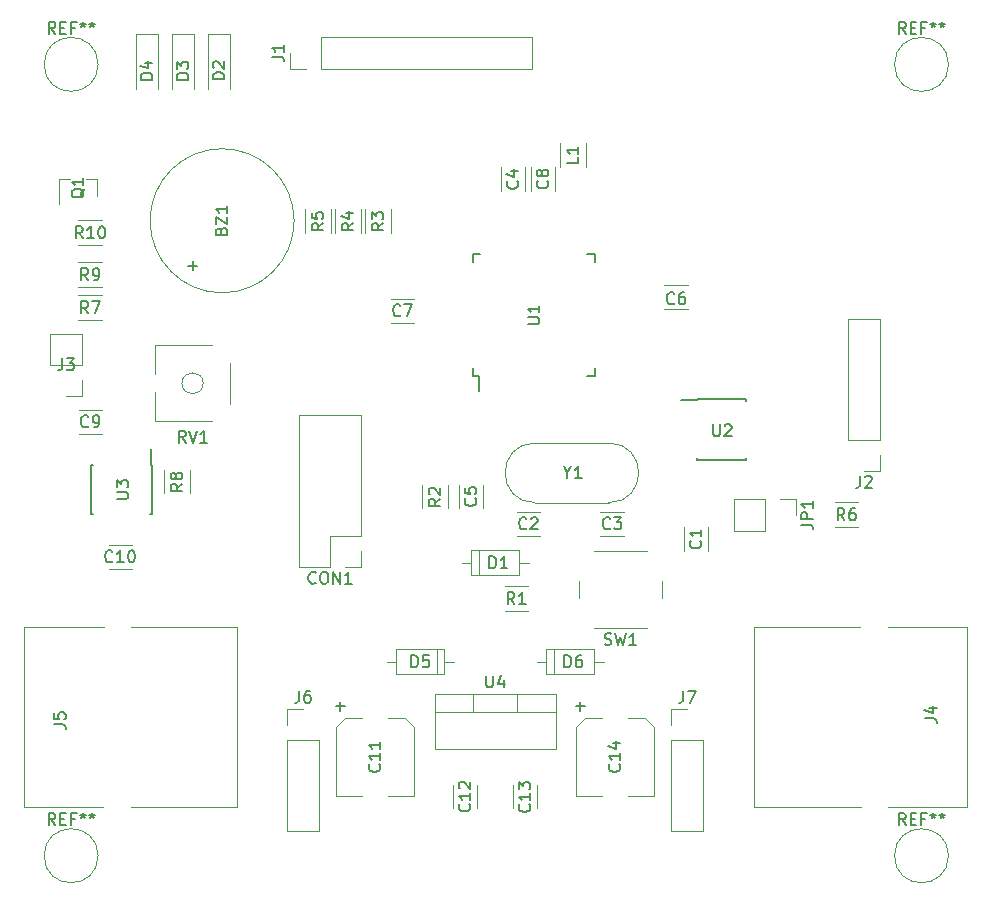
<source format=gbr>
G04 #@! TF.FileFunction,Legend,Top*
%FSLAX46Y46*%
G04 Gerber Fmt 4.6, Leading zero omitted, Abs format (unit mm)*
G04 Created by KiCad (PCBNEW 4.0.7-e2-6376~58~ubuntu16.04.1) date Wed Jun 27 11:01:06 2018*
%MOMM*%
%LPD*%
G01*
G04 APERTURE LIST*
%ADD10C,0.100000*%
%ADD11C,0.120000*%
%ADD12C,0.150000*%
G04 APERTURE END LIST*
D10*
D11*
X211890000Y-101584000D02*
X211890000Y-103584000D01*
X209750000Y-103584000D02*
X209750000Y-101584000D01*
X255870000Y-128900000D02*
X255870000Y-113660000D01*
X237840000Y-113660000D02*
X246830000Y-113670000D01*
X237840000Y-113660000D02*
X237840000Y-128900000D01*
X237840000Y-128900000D02*
X246840000Y-128900000D01*
X249170000Y-113670000D02*
X255870000Y-113660000D01*
X249160000Y-128900000D02*
X255870000Y-128900000D01*
X176042000Y-113670000D02*
X176042000Y-128910000D01*
X194072000Y-128910000D02*
X185082000Y-128900000D01*
X194072000Y-128910000D02*
X194072000Y-113670000D01*
X194072000Y-113670000D02*
X185072000Y-113670000D01*
X182742000Y-128900000D02*
X176042000Y-128910000D01*
X182752000Y-113670000D02*
X176042000Y-113670000D01*
X216710000Y-110182000D02*
X218710000Y-110182000D01*
X218710000Y-112322000D02*
X216710000Y-112322000D01*
X217726000Y-105922000D02*
X219726000Y-105922000D01*
X219726000Y-103882000D02*
X217726000Y-103882000D01*
X213840000Y-107144000D02*
X213840000Y-109264000D01*
X213840000Y-109264000D02*
X217960000Y-109264000D01*
X217960000Y-109264000D02*
X217960000Y-107144000D01*
X217960000Y-107144000D02*
X213840000Y-107144000D01*
X213070000Y-108204000D02*
X213840000Y-108204000D01*
X218730000Y-108204000D02*
X217960000Y-108204000D01*
X214500000Y-107144000D02*
X214500000Y-109264000D01*
X214888000Y-103584000D02*
X214888000Y-101584000D01*
X212848000Y-101584000D02*
X212848000Y-103584000D01*
X231898000Y-105204000D02*
X231898000Y-107204000D01*
X233938000Y-107204000D02*
X233938000Y-105204000D01*
X226774000Y-103882000D02*
X224774000Y-103882000D01*
X224774000Y-105922000D02*
X226774000Y-105922000D01*
X228766000Y-107204000D02*
X224266000Y-107204000D01*
X230016000Y-111204000D02*
X230016000Y-109704000D01*
X224266000Y-113704000D02*
X228766000Y-113704000D01*
X223016000Y-109704000D02*
X223016000Y-111204000D01*
X219279000Y-98059000D02*
X225529000Y-98059000D01*
X219279000Y-103109000D02*
X225529000Y-103109000D01*
X219279000Y-103109000D02*
G75*
G02X219279000Y-98059000I0J2525000D01*
G01*
X225529000Y-103109000D02*
G75*
G03X225529000Y-98059000I0J2525000D01*
G01*
X182154000Y-75680000D02*
X181224000Y-75680000D01*
X178994000Y-75680000D02*
X179924000Y-75680000D01*
X178994000Y-75680000D02*
X178994000Y-77840000D01*
X182154000Y-75680000D02*
X182154000Y-77140000D01*
D12*
X233035000Y-94326000D02*
X233035000Y-94376000D01*
X237185000Y-94326000D02*
X237185000Y-94471000D01*
X237185000Y-99476000D02*
X237185000Y-99331000D01*
X233035000Y-99476000D02*
X233035000Y-99331000D01*
X233035000Y-94326000D02*
X237185000Y-94326000D01*
X233035000Y-99476000D02*
X237185000Y-99476000D01*
X233035000Y-94376000D02*
X231635000Y-94376000D01*
D11*
X198886000Y-79238000D02*
G75*
G03X198886000Y-79238000I-6100000J0D01*
G01*
X216404000Y-74724000D02*
X216404000Y-76724000D01*
X218444000Y-76724000D02*
X218444000Y-74724000D01*
X232235000Y-84705000D02*
X230235000Y-84705000D01*
X230235000Y-86745000D02*
X232235000Y-86745000D01*
X207058000Y-87888000D02*
X209058000Y-87888000D01*
X209058000Y-85848000D02*
X207058000Y-85848000D01*
X218944000Y-74724000D02*
X218944000Y-76724000D01*
X220984000Y-76724000D02*
X220984000Y-74724000D01*
X180642000Y-97286000D02*
X182642000Y-97286000D01*
X182642000Y-95246000D02*
X180642000Y-95246000D01*
X185182000Y-106676000D02*
X183182000Y-106676000D01*
X183182000Y-108716000D02*
X185182000Y-108716000D01*
X202440000Y-127920000D02*
X204620000Y-127920000D01*
X209040000Y-127920000D02*
X206860000Y-127920000D01*
X203200000Y-121320000D02*
X204620000Y-121320000D01*
X208280000Y-121320000D02*
X206860000Y-121320000D01*
X202440000Y-127920000D02*
X202440000Y-122080000D01*
X202440000Y-122080000D02*
X203200000Y-121320000D01*
X208280000Y-121320000D02*
X209040000Y-122080000D01*
X209040000Y-122080000D02*
X209040000Y-127920000D01*
X214380000Y-128984000D02*
X214380000Y-126984000D01*
X212340000Y-126984000D02*
X212340000Y-128984000D01*
X219460000Y-128984000D02*
X219460000Y-126984000D01*
X217420000Y-126984000D02*
X217420000Y-128984000D01*
X222760000Y-127920000D02*
X224940000Y-127920000D01*
X229360000Y-127920000D02*
X227180000Y-127920000D01*
X223520000Y-121320000D02*
X224940000Y-121320000D01*
X228600000Y-121320000D02*
X227180000Y-121320000D01*
X222760000Y-127920000D02*
X222760000Y-122080000D01*
X222760000Y-122080000D02*
X223520000Y-121320000D01*
X228600000Y-121320000D02*
X229360000Y-122080000D01*
X229360000Y-122080000D02*
X229360000Y-127920000D01*
X204530000Y-95698000D02*
X199330000Y-95698000D01*
X204530000Y-105918000D02*
X204530000Y-95698000D01*
X199330000Y-108518000D02*
X199330000Y-95698000D01*
X204530000Y-105918000D02*
X201930000Y-105918000D01*
X201930000Y-105918000D02*
X201930000Y-108518000D01*
X201930000Y-108518000D02*
X199330000Y-108518000D01*
X204530000Y-107188000D02*
X204530000Y-108518000D01*
X204530000Y-108518000D02*
X203200000Y-108518000D01*
X193482000Y-63416000D02*
X191582000Y-63416000D01*
X191582000Y-63416000D02*
X191582000Y-68116000D01*
X193482000Y-63416000D02*
X193482000Y-68116000D01*
X190434000Y-63416000D02*
X188534000Y-63416000D01*
X188534000Y-63416000D02*
X188534000Y-68116000D01*
X190434000Y-63416000D02*
X190434000Y-68116000D01*
X187386000Y-63416000D02*
X185486000Y-63416000D01*
X185486000Y-63416000D02*
X185486000Y-68116000D01*
X187386000Y-63416000D02*
X187386000Y-68116000D01*
X211610000Y-117646000D02*
X211610000Y-115526000D01*
X211610000Y-115526000D02*
X207490000Y-115526000D01*
X207490000Y-115526000D02*
X207490000Y-117646000D01*
X207490000Y-117646000D02*
X211610000Y-117646000D01*
X212380000Y-116586000D02*
X211610000Y-116586000D01*
X206720000Y-116586000D02*
X207490000Y-116586000D01*
X210950000Y-117646000D02*
X210950000Y-115526000D01*
X220190000Y-115526000D02*
X220190000Y-117646000D01*
X220190000Y-117646000D02*
X224310000Y-117646000D01*
X224310000Y-117646000D02*
X224310000Y-115526000D01*
X224310000Y-115526000D02*
X220190000Y-115526000D01*
X219420000Y-116586000D02*
X220190000Y-116586000D01*
X225080000Y-116586000D02*
X224310000Y-116586000D01*
X220850000Y-115526000D02*
X220850000Y-117646000D01*
X219008000Y-66354000D02*
X219008000Y-63694000D01*
X201168000Y-66354000D02*
X219008000Y-66354000D01*
X201168000Y-63694000D02*
X219008000Y-63694000D01*
X201168000Y-66354000D02*
X201168000Y-63694000D01*
X199898000Y-66354000D02*
X198568000Y-66354000D01*
X198568000Y-66354000D02*
X198568000Y-65024000D01*
X248472000Y-87570000D02*
X245812000Y-87570000D01*
X248472000Y-97790000D02*
X248472000Y-87570000D01*
X245812000Y-97790000D02*
X245812000Y-87570000D01*
X248472000Y-97790000D02*
X245812000Y-97790000D01*
X248472000Y-99060000D02*
X248472000Y-100390000D01*
X248472000Y-100390000D02*
X247142000Y-100390000D01*
X180908000Y-88840000D02*
X178248000Y-88840000D01*
X180908000Y-91440000D02*
X180908000Y-88840000D01*
X178248000Y-91440000D02*
X178248000Y-88840000D01*
X180908000Y-91440000D02*
X178248000Y-91440000D01*
X180908000Y-92710000D02*
X180908000Y-94040000D01*
X180908000Y-94040000D02*
X179578000Y-94040000D01*
X198314000Y-130870000D02*
X200974000Y-130870000D01*
X198314000Y-123190000D02*
X198314000Y-130870000D01*
X200974000Y-123190000D02*
X200974000Y-130870000D01*
X198314000Y-123190000D02*
X200974000Y-123190000D01*
X198314000Y-121920000D02*
X198314000Y-120590000D01*
X198314000Y-120590000D02*
X199644000Y-120590000D01*
X230826000Y-130870000D02*
X233486000Y-130870000D01*
X230826000Y-123190000D02*
X230826000Y-130870000D01*
X233486000Y-123190000D02*
X233486000Y-130870000D01*
X230826000Y-123190000D02*
X233486000Y-123190000D01*
X230826000Y-121920000D02*
X230826000Y-120590000D01*
X230826000Y-120590000D02*
X232156000Y-120590000D01*
X236160000Y-102810000D02*
X236160000Y-105470000D01*
X238760000Y-102810000D02*
X236160000Y-102810000D01*
X238760000Y-105470000D02*
X236160000Y-105470000D01*
X238760000Y-102810000D02*
X238760000Y-105470000D01*
X240030000Y-102810000D02*
X241360000Y-102810000D01*
X241360000Y-102810000D02*
X241360000Y-104140000D01*
X221434000Y-74692000D02*
X221434000Y-72692000D01*
X223574000Y-72692000D02*
X223574000Y-74692000D01*
X204924000Y-80280000D02*
X204924000Y-78280000D01*
X207064000Y-78280000D02*
X207064000Y-80280000D01*
X202384000Y-80280000D02*
X202384000Y-78280000D01*
X204524000Y-78280000D02*
X204524000Y-80280000D01*
X199844000Y-80280000D02*
X199844000Y-78280000D01*
X201984000Y-78280000D02*
X201984000Y-80280000D01*
X244650000Y-103070000D02*
X246650000Y-103070000D01*
X246650000Y-105210000D02*
X244650000Y-105210000D01*
X180578000Y-85544000D02*
X182578000Y-85544000D01*
X182578000Y-87684000D02*
X180578000Y-87684000D01*
X190046000Y-100314000D02*
X190046000Y-102314000D01*
X187906000Y-102314000D02*
X187906000Y-100314000D01*
X182624000Y-84860000D02*
X180624000Y-84860000D01*
X180624000Y-82720000D02*
X182624000Y-82720000D01*
X182624000Y-81304000D02*
X180624000Y-81304000D01*
X180624000Y-79164000D02*
X182624000Y-79164000D01*
X191186000Y-93004000D02*
G75*
G03X191186000Y-93004000I-900000J0D01*
G01*
X191913000Y-96214000D02*
X187076000Y-96214000D01*
X191913000Y-89794000D02*
X187076000Y-89794000D01*
X193496000Y-94746000D02*
X193496000Y-91261000D01*
X187076000Y-96214000D02*
X187076000Y-93761000D01*
X187076000Y-92246000D02*
X187076000Y-89794000D01*
D12*
X213989000Y-92409000D02*
X214564000Y-92409000D01*
X213989000Y-82059000D02*
X214664000Y-82059000D01*
X224339000Y-82059000D02*
X223664000Y-82059000D01*
X224339000Y-92409000D02*
X223664000Y-92409000D01*
X213989000Y-92409000D02*
X213989000Y-91734000D01*
X224339000Y-92409000D02*
X224339000Y-91734000D01*
X224339000Y-82059000D02*
X224339000Y-82734000D01*
X213989000Y-82059000D02*
X213989000Y-82734000D01*
X214564000Y-92409000D02*
X214564000Y-93684000D01*
X186852000Y-99939000D02*
X186802000Y-99939000D01*
X186852000Y-104089000D02*
X186707000Y-104089000D01*
X181702000Y-104089000D02*
X181847000Y-104089000D01*
X181702000Y-99939000D02*
X181847000Y-99939000D01*
X186852000Y-99939000D02*
X186852000Y-104089000D01*
X181702000Y-99939000D02*
X181702000Y-104089000D01*
X186802000Y-99939000D02*
X186802000Y-98539000D01*
D11*
X210780000Y-119300000D02*
X221020000Y-119300000D01*
X210780000Y-123941000D02*
X221020000Y-123941000D01*
X210780000Y-119300000D02*
X210780000Y-123941000D01*
X221020000Y-119300000D02*
X221020000Y-123941000D01*
X210780000Y-120810000D02*
X221020000Y-120810000D01*
X214050000Y-119300000D02*
X214050000Y-120810000D01*
X217751000Y-119300000D02*
X217751000Y-120810000D01*
X254286000Y-133000000D02*
G75*
G03X254286000Y-133000000I-2286000J0D01*
G01*
X182286000Y-133000000D02*
G75*
G03X182286000Y-133000000I-2286000J0D01*
G01*
X182286000Y-66000000D02*
G75*
G03X182286000Y-66000000I-2286000J0D01*
G01*
X254286000Y-66000000D02*
G75*
G03X254286000Y-66000000I-2286000J0D01*
G01*
D12*
X211272381Y-102782666D02*
X210796190Y-103116000D01*
X211272381Y-103354095D02*
X210272381Y-103354095D01*
X210272381Y-102973142D01*
X210320000Y-102877904D01*
X210367619Y-102830285D01*
X210462857Y-102782666D01*
X210605714Y-102782666D01*
X210700952Y-102830285D01*
X210748571Y-102877904D01*
X210796190Y-102973142D01*
X210796190Y-103354095D01*
X210367619Y-102401714D02*
X210320000Y-102354095D01*
X210272381Y-102258857D01*
X210272381Y-102020761D01*
X210320000Y-101925523D01*
X210367619Y-101877904D01*
X210462857Y-101830285D01*
X210558095Y-101830285D01*
X210700952Y-101877904D01*
X211272381Y-102449333D01*
X211272381Y-101830285D01*
X252282381Y-121363333D02*
X252996667Y-121363333D01*
X253139524Y-121410953D01*
X253234762Y-121506191D01*
X253282381Y-121649048D01*
X253282381Y-121744286D01*
X252615714Y-120458571D02*
X253282381Y-120458571D01*
X252234762Y-120696667D02*
X252949048Y-120934762D01*
X252949048Y-120315714D01*
X178534381Y-121873333D02*
X179248667Y-121873333D01*
X179391524Y-121920953D01*
X179486762Y-122016191D01*
X179534381Y-122159048D01*
X179534381Y-122254286D01*
X178534381Y-120920952D02*
X178534381Y-121397143D01*
X179010571Y-121444762D01*
X178962952Y-121397143D01*
X178915333Y-121301905D01*
X178915333Y-121063809D01*
X178962952Y-120968571D01*
X179010571Y-120920952D01*
X179105810Y-120873333D01*
X179343905Y-120873333D01*
X179439143Y-120920952D01*
X179486762Y-120968571D01*
X179534381Y-121063809D01*
X179534381Y-121301905D01*
X179486762Y-121397143D01*
X179439143Y-121444762D01*
X217543334Y-111704381D02*
X217210000Y-111228190D01*
X216971905Y-111704381D02*
X216971905Y-110704381D01*
X217352858Y-110704381D01*
X217448096Y-110752000D01*
X217495715Y-110799619D01*
X217543334Y-110894857D01*
X217543334Y-111037714D01*
X217495715Y-111132952D01*
X217448096Y-111180571D01*
X217352858Y-111228190D01*
X216971905Y-111228190D01*
X218495715Y-111704381D02*
X217924286Y-111704381D01*
X218210000Y-111704381D02*
X218210000Y-110704381D01*
X218114762Y-110847238D01*
X218019524Y-110942476D01*
X217924286Y-110990095D01*
X218559334Y-105259143D02*
X218511715Y-105306762D01*
X218368858Y-105354381D01*
X218273620Y-105354381D01*
X218130762Y-105306762D01*
X218035524Y-105211524D01*
X217987905Y-105116286D01*
X217940286Y-104925810D01*
X217940286Y-104782952D01*
X217987905Y-104592476D01*
X218035524Y-104497238D01*
X218130762Y-104402000D01*
X218273620Y-104354381D01*
X218368858Y-104354381D01*
X218511715Y-104402000D01*
X218559334Y-104449619D01*
X218940286Y-104449619D02*
X218987905Y-104402000D01*
X219083143Y-104354381D01*
X219321239Y-104354381D01*
X219416477Y-104402000D01*
X219464096Y-104449619D01*
X219511715Y-104544857D01*
X219511715Y-104640095D01*
X219464096Y-104782952D01*
X218892667Y-105354381D01*
X219511715Y-105354381D01*
X215415905Y-108656381D02*
X215415905Y-107656381D01*
X215654000Y-107656381D01*
X215796858Y-107704000D01*
X215892096Y-107799238D01*
X215939715Y-107894476D01*
X215987334Y-108084952D01*
X215987334Y-108227810D01*
X215939715Y-108418286D01*
X215892096Y-108513524D01*
X215796858Y-108608762D01*
X215654000Y-108656381D01*
X215415905Y-108656381D01*
X216939715Y-108656381D02*
X216368286Y-108656381D01*
X216654000Y-108656381D02*
X216654000Y-107656381D01*
X216558762Y-107799238D01*
X216463524Y-107894476D01*
X216368286Y-107942095D01*
X214225143Y-102750666D02*
X214272762Y-102798285D01*
X214320381Y-102941142D01*
X214320381Y-103036380D01*
X214272762Y-103179238D01*
X214177524Y-103274476D01*
X214082286Y-103322095D01*
X213891810Y-103369714D01*
X213748952Y-103369714D01*
X213558476Y-103322095D01*
X213463238Y-103274476D01*
X213368000Y-103179238D01*
X213320381Y-103036380D01*
X213320381Y-102941142D01*
X213368000Y-102798285D01*
X213415619Y-102750666D01*
X213320381Y-101845904D02*
X213320381Y-102322095D01*
X213796571Y-102369714D01*
X213748952Y-102322095D01*
X213701333Y-102226857D01*
X213701333Y-101988761D01*
X213748952Y-101893523D01*
X213796571Y-101845904D01*
X213891810Y-101798285D01*
X214129905Y-101798285D01*
X214225143Y-101845904D01*
X214272762Y-101893523D01*
X214320381Y-101988761D01*
X214320381Y-102226857D01*
X214272762Y-102322095D01*
X214225143Y-102369714D01*
X233275143Y-106338666D02*
X233322762Y-106386285D01*
X233370381Y-106529142D01*
X233370381Y-106624380D01*
X233322762Y-106767238D01*
X233227524Y-106862476D01*
X233132286Y-106910095D01*
X232941810Y-106957714D01*
X232798952Y-106957714D01*
X232608476Y-106910095D01*
X232513238Y-106862476D01*
X232418000Y-106767238D01*
X232370381Y-106624380D01*
X232370381Y-106529142D01*
X232418000Y-106386285D01*
X232465619Y-106338666D01*
X233370381Y-105386285D02*
X233370381Y-105957714D01*
X233370381Y-105672000D02*
X232370381Y-105672000D01*
X232513238Y-105767238D01*
X232608476Y-105862476D01*
X232656095Y-105957714D01*
X225639334Y-105259143D02*
X225591715Y-105306762D01*
X225448858Y-105354381D01*
X225353620Y-105354381D01*
X225210762Y-105306762D01*
X225115524Y-105211524D01*
X225067905Y-105116286D01*
X225020286Y-104925810D01*
X225020286Y-104782952D01*
X225067905Y-104592476D01*
X225115524Y-104497238D01*
X225210762Y-104402000D01*
X225353620Y-104354381D01*
X225448858Y-104354381D01*
X225591715Y-104402000D01*
X225639334Y-104449619D01*
X225972667Y-104354381D02*
X226591715Y-104354381D01*
X226258381Y-104735333D01*
X226401239Y-104735333D01*
X226496477Y-104782952D01*
X226544096Y-104830571D01*
X226591715Y-104925810D01*
X226591715Y-105163905D01*
X226544096Y-105259143D01*
X226496477Y-105306762D01*
X226401239Y-105354381D01*
X226115524Y-105354381D01*
X226020286Y-105306762D01*
X225972667Y-105259143D01*
X225182667Y-115108762D02*
X225325524Y-115156381D01*
X225563620Y-115156381D01*
X225658858Y-115108762D01*
X225706477Y-115061143D01*
X225754096Y-114965905D01*
X225754096Y-114870667D01*
X225706477Y-114775429D01*
X225658858Y-114727810D01*
X225563620Y-114680190D01*
X225373143Y-114632571D01*
X225277905Y-114584952D01*
X225230286Y-114537333D01*
X225182667Y-114442095D01*
X225182667Y-114346857D01*
X225230286Y-114251619D01*
X225277905Y-114204000D01*
X225373143Y-114156381D01*
X225611239Y-114156381D01*
X225754096Y-114204000D01*
X226087429Y-114156381D02*
X226325524Y-115156381D01*
X226516001Y-114442095D01*
X226706477Y-115156381D01*
X226944572Y-114156381D01*
X227849334Y-115156381D02*
X227277905Y-115156381D01*
X227563619Y-115156381D02*
X227563619Y-114156381D01*
X227468381Y-114299238D01*
X227373143Y-114394476D01*
X227277905Y-114442095D01*
X222027809Y-100560190D02*
X222027809Y-101036381D01*
X221694476Y-100036381D02*
X222027809Y-100560190D01*
X222361143Y-100036381D01*
X223218286Y-101036381D02*
X222646857Y-101036381D01*
X222932571Y-101036381D02*
X222932571Y-100036381D01*
X222837333Y-100179238D01*
X222742095Y-100274476D01*
X222646857Y-100322095D01*
X181141619Y-76535238D02*
X181094000Y-76630476D01*
X180998762Y-76725714D01*
X180855905Y-76868571D01*
X180808286Y-76963810D01*
X180808286Y-77059048D01*
X181046381Y-77011429D02*
X180998762Y-77106667D01*
X180903524Y-77201905D01*
X180713048Y-77249524D01*
X180379714Y-77249524D01*
X180189238Y-77201905D01*
X180094000Y-77106667D01*
X180046381Y-77011429D01*
X180046381Y-76820952D01*
X180094000Y-76725714D01*
X180189238Y-76630476D01*
X180379714Y-76582857D01*
X180713048Y-76582857D01*
X180903524Y-76630476D01*
X180998762Y-76725714D01*
X181046381Y-76820952D01*
X181046381Y-77011429D01*
X181046381Y-75630476D02*
X181046381Y-76201905D01*
X181046381Y-75916191D02*
X180046381Y-75916191D01*
X180189238Y-76011429D01*
X180284476Y-76106667D01*
X180332095Y-76201905D01*
X234348095Y-96480381D02*
X234348095Y-97289905D01*
X234395714Y-97385143D01*
X234443333Y-97432762D01*
X234538571Y-97480381D01*
X234729048Y-97480381D01*
X234824286Y-97432762D01*
X234871905Y-97385143D01*
X234919524Y-97289905D01*
X234919524Y-96480381D01*
X235348095Y-96575619D02*
X235395714Y-96528000D01*
X235490952Y-96480381D01*
X235729048Y-96480381D01*
X235824286Y-96528000D01*
X235871905Y-96575619D01*
X235919524Y-96670857D01*
X235919524Y-96766095D01*
X235871905Y-96908952D01*
X235300476Y-97480381D01*
X235919524Y-97480381D01*
X192714571Y-80118952D02*
X192762190Y-79976095D01*
X192809810Y-79928476D01*
X192905048Y-79880857D01*
X193047905Y-79880857D01*
X193143143Y-79928476D01*
X193190762Y-79976095D01*
X193238381Y-80071333D01*
X193238381Y-80452286D01*
X192238381Y-80452286D01*
X192238381Y-80118952D01*
X192286000Y-80023714D01*
X192333619Y-79976095D01*
X192428857Y-79928476D01*
X192524095Y-79928476D01*
X192619333Y-79976095D01*
X192666952Y-80023714D01*
X192714571Y-80118952D01*
X192714571Y-80452286D01*
X192238381Y-79547524D02*
X192238381Y-78880857D01*
X193238381Y-79547524D01*
X193238381Y-78880857D01*
X193238381Y-77976095D02*
X193238381Y-78547524D01*
X193238381Y-78261810D02*
X192238381Y-78261810D01*
X192381238Y-78357048D01*
X192476476Y-78452286D01*
X192524095Y-78547524D01*
X190317429Y-83428952D02*
X190317429Y-82667047D01*
X190698381Y-83047999D02*
X189936476Y-83047999D01*
X217781143Y-75890666D02*
X217828762Y-75938285D01*
X217876381Y-76081142D01*
X217876381Y-76176380D01*
X217828762Y-76319238D01*
X217733524Y-76414476D01*
X217638286Y-76462095D01*
X217447810Y-76509714D01*
X217304952Y-76509714D01*
X217114476Y-76462095D01*
X217019238Y-76414476D01*
X216924000Y-76319238D01*
X216876381Y-76176380D01*
X216876381Y-76081142D01*
X216924000Y-75938285D01*
X216971619Y-75890666D01*
X217209714Y-75033523D02*
X217876381Y-75033523D01*
X216828762Y-75271619D02*
X217543048Y-75509714D01*
X217543048Y-74890666D01*
X231068334Y-86209143D02*
X231020715Y-86256762D01*
X230877858Y-86304381D01*
X230782620Y-86304381D01*
X230639762Y-86256762D01*
X230544524Y-86161524D01*
X230496905Y-86066286D01*
X230449286Y-85875810D01*
X230449286Y-85732952D01*
X230496905Y-85542476D01*
X230544524Y-85447238D01*
X230639762Y-85352000D01*
X230782620Y-85304381D01*
X230877858Y-85304381D01*
X231020715Y-85352000D01*
X231068334Y-85399619D01*
X231925477Y-85304381D02*
X231735000Y-85304381D01*
X231639762Y-85352000D01*
X231592143Y-85399619D01*
X231496905Y-85542476D01*
X231449286Y-85732952D01*
X231449286Y-86113905D01*
X231496905Y-86209143D01*
X231544524Y-86256762D01*
X231639762Y-86304381D01*
X231830239Y-86304381D01*
X231925477Y-86256762D01*
X231973096Y-86209143D01*
X232020715Y-86113905D01*
X232020715Y-85875810D01*
X231973096Y-85780571D01*
X231925477Y-85732952D01*
X231830239Y-85685333D01*
X231639762Y-85685333D01*
X231544524Y-85732952D01*
X231496905Y-85780571D01*
X231449286Y-85875810D01*
X207891334Y-87225143D02*
X207843715Y-87272762D01*
X207700858Y-87320381D01*
X207605620Y-87320381D01*
X207462762Y-87272762D01*
X207367524Y-87177524D01*
X207319905Y-87082286D01*
X207272286Y-86891810D01*
X207272286Y-86748952D01*
X207319905Y-86558476D01*
X207367524Y-86463238D01*
X207462762Y-86368000D01*
X207605620Y-86320381D01*
X207700858Y-86320381D01*
X207843715Y-86368000D01*
X207891334Y-86415619D01*
X208224667Y-86320381D02*
X208891334Y-86320381D01*
X208462762Y-87320381D01*
X220321143Y-75858666D02*
X220368762Y-75906285D01*
X220416381Y-76049142D01*
X220416381Y-76144380D01*
X220368762Y-76287238D01*
X220273524Y-76382476D01*
X220178286Y-76430095D01*
X219987810Y-76477714D01*
X219844952Y-76477714D01*
X219654476Y-76430095D01*
X219559238Y-76382476D01*
X219464000Y-76287238D01*
X219416381Y-76144380D01*
X219416381Y-76049142D01*
X219464000Y-75906285D01*
X219511619Y-75858666D01*
X219844952Y-75287238D02*
X219797333Y-75382476D01*
X219749714Y-75430095D01*
X219654476Y-75477714D01*
X219606857Y-75477714D01*
X219511619Y-75430095D01*
X219464000Y-75382476D01*
X219416381Y-75287238D01*
X219416381Y-75096761D01*
X219464000Y-75001523D01*
X219511619Y-74953904D01*
X219606857Y-74906285D01*
X219654476Y-74906285D01*
X219749714Y-74953904D01*
X219797333Y-75001523D01*
X219844952Y-75096761D01*
X219844952Y-75287238D01*
X219892571Y-75382476D01*
X219940190Y-75430095D01*
X220035429Y-75477714D01*
X220225905Y-75477714D01*
X220321143Y-75430095D01*
X220368762Y-75382476D01*
X220416381Y-75287238D01*
X220416381Y-75096761D01*
X220368762Y-75001523D01*
X220321143Y-74953904D01*
X220225905Y-74906285D01*
X220035429Y-74906285D01*
X219940190Y-74953904D01*
X219892571Y-75001523D01*
X219844952Y-75096761D01*
X181443334Y-96623143D02*
X181395715Y-96670762D01*
X181252858Y-96718381D01*
X181157620Y-96718381D01*
X181014762Y-96670762D01*
X180919524Y-96575524D01*
X180871905Y-96480286D01*
X180824286Y-96289810D01*
X180824286Y-96146952D01*
X180871905Y-95956476D01*
X180919524Y-95861238D01*
X181014762Y-95766000D01*
X181157620Y-95718381D01*
X181252858Y-95718381D01*
X181395715Y-95766000D01*
X181443334Y-95813619D01*
X181919524Y-96718381D02*
X182110000Y-96718381D01*
X182205239Y-96670762D01*
X182252858Y-96623143D01*
X182348096Y-96480286D01*
X182395715Y-96289810D01*
X182395715Y-95908857D01*
X182348096Y-95813619D01*
X182300477Y-95766000D01*
X182205239Y-95718381D01*
X182014762Y-95718381D01*
X181919524Y-95766000D01*
X181871905Y-95813619D01*
X181824286Y-95908857D01*
X181824286Y-96146952D01*
X181871905Y-96242190D01*
X181919524Y-96289810D01*
X182014762Y-96337429D01*
X182205239Y-96337429D01*
X182300477Y-96289810D01*
X182348096Y-96242190D01*
X182395715Y-96146952D01*
X183507143Y-108053143D02*
X183459524Y-108100762D01*
X183316667Y-108148381D01*
X183221429Y-108148381D01*
X183078571Y-108100762D01*
X182983333Y-108005524D01*
X182935714Y-107910286D01*
X182888095Y-107719810D01*
X182888095Y-107576952D01*
X182935714Y-107386476D01*
X182983333Y-107291238D01*
X183078571Y-107196000D01*
X183221429Y-107148381D01*
X183316667Y-107148381D01*
X183459524Y-107196000D01*
X183507143Y-107243619D01*
X184459524Y-108148381D02*
X183888095Y-108148381D01*
X184173809Y-108148381D02*
X184173809Y-107148381D01*
X184078571Y-107291238D01*
X183983333Y-107386476D01*
X183888095Y-107434095D01*
X185078571Y-107148381D02*
X185173810Y-107148381D01*
X185269048Y-107196000D01*
X185316667Y-107243619D01*
X185364286Y-107338857D01*
X185411905Y-107529333D01*
X185411905Y-107767429D01*
X185364286Y-107957905D01*
X185316667Y-108053143D01*
X185269048Y-108100762D01*
X185173810Y-108148381D01*
X185078571Y-108148381D01*
X184983333Y-108100762D01*
X184935714Y-108053143D01*
X184888095Y-107957905D01*
X184840476Y-107767429D01*
X184840476Y-107529333D01*
X184888095Y-107338857D01*
X184935714Y-107243619D01*
X184983333Y-107196000D01*
X185078571Y-107148381D01*
X206097143Y-125262857D02*
X206144762Y-125310476D01*
X206192381Y-125453333D01*
X206192381Y-125548571D01*
X206144762Y-125691429D01*
X206049524Y-125786667D01*
X205954286Y-125834286D01*
X205763810Y-125881905D01*
X205620952Y-125881905D01*
X205430476Y-125834286D01*
X205335238Y-125786667D01*
X205240000Y-125691429D01*
X205192381Y-125548571D01*
X205192381Y-125453333D01*
X205240000Y-125310476D01*
X205287619Y-125262857D01*
X206192381Y-124310476D02*
X206192381Y-124881905D01*
X206192381Y-124596191D02*
X205192381Y-124596191D01*
X205335238Y-124691429D01*
X205430476Y-124786667D01*
X205478095Y-124881905D01*
X206192381Y-123358095D02*
X206192381Y-123929524D01*
X206192381Y-123643810D02*
X205192381Y-123643810D01*
X205335238Y-123739048D01*
X205430476Y-123834286D01*
X205478095Y-123929524D01*
X202801429Y-120720952D02*
X202801429Y-119959047D01*
X203182381Y-120339999D02*
X202420476Y-120339999D01*
X213717143Y-128626857D02*
X213764762Y-128674476D01*
X213812381Y-128817333D01*
X213812381Y-128912571D01*
X213764762Y-129055429D01*
X213669524Y-129150667D01*
X213574286Y-129198286D01*
X213383810Y-129245905D01*
X213240952Y-129245905D01*
X213050476Y-129198286D01*
X212955238Y-129150667D01*
X212860000Y-129055429D01*
X212812381Y-128912571D01*
X212812381Y-128817333D01*
X212860000Y-128674476D01*
X212907619Y-128626857D01*
X213812381Y-127674476D02*
X213812381Y-128245905D01*
X213812381Y-127960191D02*
X212812381Y-127960191D01*
X212955238Y-128055429D01*
X213050476Y-128150667D01*
X213098095Y-128245905D01*
X212907619Y-127293524D02*
X212860000Y-127245905D01*
X212812381Y-127150667D01*
X212812381Y-126912571D01*
X212860000Y-126817333D01*
X212907619Y-126769714D01*
X213002857Y-126722095D01*
X213098095Y-126722095D01*
X213240952Y-126769714D01*
X213812381Y-127341143D01*
X213812381Y-126722095D01*
X218797143Y-128658857D02*
X218844762Y-128706476D01*
X218892381Y-128849333D01*
X218892381Y-128944571D01*
X218844762Y-129087429D01*
X218749524Y-129182667D01*
X218654286Y-129230286D01*
X218463810Y-129277905D01*
X218320952Y-129277905D01*
X218130476Y-129230286D01*
X218035238Y-129182667D01*
X217940000Y-129087429D01*
X217892381Y-128944571D01*
X217892381Y-128849333D01*
X217940000Y-128706476D01*
X217987619Y-128658857D01*
X218892381Y-127706476D02*
X218892381Y-128277905D01*
X218892381Y-127992191D02*
X217892381Y-127992191D01*
X218035238Y-128087429D01*
X218130476Y-128182667D01*
X218178095Y-128277905D01*
X217892381Y-127373143D02*
X217892381Y-126754095D01*
X218273333Y-127087429D01*
X218273333Y-126944571D01*
X218320952Y-126849333D01*
X218368571Y-126801714D01*
X218463810Y-126754095D01*
X218701905Y-126754095D01*
X218797143Y-126801714D01*
X218844762Y-126849333D01*
X218892381Y-126944571D01*
X218892381Y-127230286D01*
X218844762Y-127325524D01*
X218797143Y-127373143D01*
X226417143Y-125262857D02*
X226464762Y-125310476D01*
X226512381Y-125453333D01*
X226512381Y-125548571D01*
X226464762Y-125691429D01*
X226369524Y-125786667D01*
X226274286Y-125834286D01*
X226083810Y-125881905D01*
X225940952Y-125881905D01*
X225750476Y-125834286D01*
X225655238Y-125786667D01*
X225560000Y-125691429D01*
X225512381Y-125548571D01*
X225512381Y-125453333D01*
X225560000Y-125310476D01*
X225607619Y-125262857D01*
X226512381Y-124310476D02*
X226512381Y-124881905D01*
X226512381Y-124596191D02*
X225512381Y-124596191D01*
X225655238Y-124691429D01*
X225750476Y-124786667D01*
X225798095Y-124881905D01*
X225845714Y-123453333D02*
X226512381Y-123453333D01*
X225464762Y-123691429D02*
X226179048Y-123929524D01*
X226179048Y-123310476D01*
X223121429Y-120720952D02*
X223121429Y-119959047D01*
X223502381Y-120339999D02*
X222740476Y-120339999D01*
X200715715Y-109875143D02*
X200668096Y-109922762D01*
X200525239Y-109970381D01*
X200430001Y-109970381D01*
X200287143Y-109922762D01*
X200191905Y-109827524D01*
X200144286Y-109732286D01*
X200096667Y-109541810D01*
X200096667Y-109398952D01*
X200144286Y-109208476D01*
X200191905Y-109113238D01*
X200287143Y-109018000D01*
X200430001Y-108970381D01*
X200525239Y-108970381D01*
X200668096Y-109018000D01*
X200715715Y-109065619D01*
X201334762Y-108970381D02*
X201525239Y-108970381D01*
X201620477Y-109018000D01*
X201715715Y-109113238D01*
X201763334Y-109303714D01*
X201763334Y-109637048D01*
X201715715Y-109827524D01*
X201620477Y-109922762D01*
X201525239Y-109970381D01*
X201334762Y-109970381D01*
X201239524Y-109922762D01*
X201144286Y-109827524D01*
X201096667Y-109637048D01*
X201096667Y-109303714D01*
X201144286Y-109113238D01*
X201239524Y-109018000D01*
X201334762Y-108970381D01*
X202191905Y-109970381D02*
X202191905Y-108970381D01*
X202763334Y-109970381D01*
X202763334Y-108970381D01*
X203763334Y-109970381D02*
X203191905Y-109970381D01*
X203477619Y-109970381D02*
X203477619Y-108970381D01*
X203382381Y-109113238D01*
X203287143Y-109208476D01*
X203191905Y-109256095D01*
X192984381Y-67254095D02*
X191984381Y-67254095D01*
X191984381Y-67016000D01*
X192032000Y-66873142D01*
X192127238Y-66777904D01*
X192222476Y-66730285D01*
X192412952Y-66682666D01*
X192555810Y-66682666D01*
X192746286Y-66730285D01*
X192841524Y-66777904D01*
X192936762Y-66873142D01*
X192984381Y-67016000D01*
X192984381Y-67254095D01*
X192079619Y-66301714D02*
X192032000Y-66254095D01*
X191984381Y-66158857D01*
X191984381Y-65920761D01*
X192032000Y-65825523D01*
X192079619Y-65777904D01*
X192174857Y-65730285D01*
X192270095Y-65730285D01*
X192412952Y-65777904D01*
X192984381Y-66349333D01*
X192984381Y-65730285D01*
X189936381Y-67286095D02*
X188936381Y-67286095D01*
X188936381Y-67048000D01*
X188984000Y-66905142D01*
X189079238Y-66809904D01*
X189174476Y-66762285D01*
X189364952Y-66714666D01*
X189507810Y-66714666D01*
X189698286Y-66762285D01*
X189793524Y-66809904D01*
X189888762Y-66905142D01*
X189936381Y-67048000D01*
X189936381Y-67286095D01*
X188936381Y-66381333D02*
X188936381Y-65762285D01*
X189317333Y-66095619D01*
X189317333Y-65952761D01*
X189364952Y-65857523D01*
X189412571Y-65809904D01*
X189507810Y-65762285D01*
X189745905Y-65762285D01*
X189841143Y-65809904D01*
X189888762Y-65857523D01*
X189936381Y-65952761D01*
X189936381Y-66238476D01*
X189888762Y-66333714D01*
X189841143Y-66381333D01*
X186888381Y-67286095D02*
X185888381Y-67286095D01*
X185888381Y-67048000D01*
X185936000Y-66905142D01*
X186031238Y-66809904D01*
X186126476Y-66762285D01*
X186316952Y-66714666D01*
X186459810Y-66714666D01*
X186650286Y-66762285D01*
X186745524Y-66809904D01*
X186840762Y-66905142D01*
X186888381Y-67048000D01*
X186888381Y-67286095D01*
X186221714Y-65857523D02*
X186888381Y-65857523D01*
X185840762Y-66095619D02*
X186555048Y-66333714D01*
X186555048Y-65714666D01*
X208811905Y-117038381D02*
X208811905Y-116038381D01*
X209050000Y-116038381D01*
X209192858Y-116086000D01*
X209288096Y-116181238D01*
X209335715Y-116276476D01*
X209383334Y-116466952D01*
X209383334Y-116609810D01*
X209335715Y-116800286D01*
X209288096Y-116895524D01*
X209192858Y-116990762D01*
X209050000Y-117038381D01*
X208811905Y-117038381D01*
X210288096Y-116038381D02*
X209811905Y-116038381D01*
X209764286Y-116514571D01*
X209811905Y-116466952D01*
X209907143Y-116419333D01*
X210145239Y-116419333D01*
X210240477Y-116466952D01*
X210288096Y-116514571D01*
X210335715Y-116609810D01*
X210335715Y-116847905D01*
X210288096Y-116943143D01*
X210240477Y-116990762D01*
X210145239Y-117038381D01*
X209907143Y-117038381D01*
X209811905Y-116990762D01*
X209764286Y-116943143D01*
X221765905Y-117038381D02*
X221765905Y-116038381D01*
X222004000Y-116038381D01*
X222146858Y-116086000D01*
X222242096Y-116181238D01*
X222289715Y-116276476D01*
X222337334Y-116466952D01*
X222337334Y-116609810D01*
X222289715Y-116800286D01*
X222242096Y-116895524D01*
X222146858Y-116990762D01*
X222004000Y-117038381D01*
X221765905Y-117038381D01*
X223194477Y-116038381D02*
X223004000Y-116038381D01*
X222908762Y-116086000D01*
X222861143Y-116133619D01*
X222765905Y-116276476D01*
X222718286Y-116466952D01*
X222718286Y-116847905D01*
X222765905Y-116943143D01*
X222813524Y-116990762D01*
X222908762Y-117038381D01*
X223099239Y-117038381D01*
X223194477Y-116990762D01*
X223242096Y-116943143D01*
X223289715Y-116847905D01*
X223289715Y-116609810D01*
X223242096Y-116514571D01*
X223194477Y-116466952D01*
X223099239Y-116419333D01*
X222908762Y-116419333D01*
X222813524Y-116466952D01*
X222765905Y-116514571D01*
X222718286Y-116609810D01*
X197020381Y-65357333D02*
X197734667Y-65357333D01*
X197877524Y-65404953D01*
X197972762Y-65500191D01*
X198020381Y-65643048D01*
X198020381Y-65738286D01*
X198020381Y-64357333D02*
X198020381Y-64928762D01*
X198020381Y-64643048D02*
X197020381Y-64643048D01*
X197163238Y-64738286D01*
X197258476Y-64833524D01*
X197306095Y-64928762D01*
X246808667Y-100842381D02*
X246808667Y-101556667D01*
X246761047Y-101699524D01*
X246665809Y-101794762D01*
X246522952Y-101842381D01*
X246427714Y-101842381D01*
X247237238Y-100937619D02*
X247284857Y-100890000D01*
X247380095Y-100842381D01*
X247618191Y-100842381D01*
X247713429Y-100890000D01*
X247761048Y-100937619D01*
X247808667Y-101032857D01*
X247808667Y-101128095D01*
X247761048Y-101270952D01*
X247189619Y-101842381D01*
X247808667Y-101842381D01*
X179244667Y-90892381D02*
X179244667Y-91606667D01*
X179197047Y-91749524D01*
X179101809Y-91844762D01*
X178958952Y-91892381D01*
X178863714Y-91892381D01*
X179625619Y-90892381D02*
X180244667Y-90892381D01*
X179911333Y-91273333D01*
X180054191Y-91273333D01*
X180149429Y-91320952D01*
X180197048Y-91368571D01*
X180244667Y-91463810D01*
X180244667Y-91701905D01*
X180197048Y-91797143D01*
X180149429Y-91844762D01*
X180054191Y-91892381D01*
X179768476Y-91892381D01*
X179673238Y-91844762D01*
X179625619Y-91797143D01*
X199310667Y-119042381D02*
X199310667Y-119756667D01*
X199263047Y-119899524D01*
X199167809Y-119994762D01*
X199024952Y-120042381D01*
X198929714Y-120042381D01*
X200215429Y-119042381D02*
X200024952Y-119042381D01*
X199929714Y-119090000D01*
X199882095Y-119137619D01*
X199786857Y-119280476D01*
X199739238Y-119470952D01*
X199739238Y-119851905D01*
X199786857Y-119947143D01*
X199834476Y-119994762D01*
X199929714Y-120042381D01*
X200120191Y-120042381D01*
X200215429Y-119994762D01*
X200263048Y-119947143D01*
X200310667Y-119851905D01*
X200310667Y-119613810D01*
X200263048Y-119518571D01*
X200215429Y-119470952D01*
X200120191Y-119423333D01*
X199929714Y-119423333D01*
X199834476Y-119470952D01*
X199786857Y-119518571D01*
X199739238Y-119613810D01*
X231822667Y-119042381D02*
X231822667Y-119756667D01*
X231775047Y-119899524D01*
X231679809Y-119994762D01*
X231536952Y-120042381D01*
X231441714Y-120042381D01*
X232203619Y-119042381D02*
X232870286Y-119042381D01*
X232441714Y-120042381D01*
X241812381Y-104973333D02*
X242526667Y-104973333D01*
X242669524Y-105020953D01*
X242764762Y-105116191D01*
X242812381Y-105259048D01*
X242812381Y-105354286D01*
X242812381Y-104497143D02*
X241812381Y-104497143D01*
X241812381Y-104116190D01*
X241860000Y-104020952D01*
X241907619Y-103973333D01*
X242002857Y-103925714D01*
X242145714Y-103925714D01*
X242240952Y-103973333D01*
X242288571Y-104020952D01*
X242336190Y-104116190D01*
X242336190Y-104497143D01*
X242812381Y-102973333D02*
X242812381Y-103544762D01*
X242812381Y-103259048D02*
X241812381Y-103259048D01*
X241955238Y-103354286D01*
X242050476Y-103449524D01*
X242098095Y-103544762D01*
X222956381Y-73858666D02*
X222956381Y-74334857D01*
X221956381Y-74334857D01*
X222956381Y-73001523D02*
X222956381Y-73572952D01*
X222956381Y-73287238D02*
X221956381Y-73287238D01*
X222099238Y-73382476D01*
X222194476Y-73477714D01*
X222242095Y-73572952D01*
X206446381Y-79446666D02*
X205970190Y-79780000D01*
X206446381Y-80018095D02*
X205446381Y-80018095D01*
X205446381Y-79637142D01*
X205494000Y-79541904D01*
X205541619Y-79494285D01*
X205636857Y-79446666D01*
X205779714Y-79446666D01*
X205874952Y-79494285D01*
X205922571Y-79541904D01*
X205970190Y-79637142D01*
X205970190Y-80018095D01*
X205446381Y-79113333D02*
X205446381Y-78494285D01*
X205827333Y-78827619D01*
X205827333Y-78684761D01*
X205874952Y-78589523D01*
X205922571Y-78541904D01*
X206017810Y-78494285D01*
X206255905Y-78494285D01*
X206351143Y-78541904D01*
X206398762Y-78589523D01*
X206446381Y-78684761D01*
X206446381Y-78970476D01*
X206398762Y-79065714D01*
X206351143Y-79113333D01*
X203906381Y-79446666D02*
X203430190Y-79780000D01*
X203906381Y-80018095D02*
X202906381Y-80018095D01*
X202906381Y-79637142D01*
X202954000Y-79541904D01*
X203001619Y-79494285D01*
X203096857Y-79446666D01*
X203239714Y-79446666D01*
X203334952Y-79494285D01*
X203382571Y-79541904D01*
X203430190Y-79637142D01*
X203430190Y-80018095D01*
X203239714Y-78589523D02*
X203906381Y-78589523D01*
X202858762Y-78827619D02*
X203573048Y-79065714D01*
X203573048Y-78446666D01*
X201366381Y-79446666D02*
X200890190Y-79780000D01*
X201366381Y-80018095D02*
X200366381Y-80018095D01*
X200366381Y-79637142D01*
X200414000Y-79541904D01*
X200461619Y-79494285D01*
X200556857Y-79446666D01*
X200699714Y-79446666D01*
X200794952Y-79494285D01*
X200842571Y-79541904D01*
X200890190Y-79637142D01*
X200890190Y-80018095D01*
X200366381Y-78541904D02*
X200366381Y-79018095D01*
X200842571Y-79065714D01*
X200794952Y-79018095D01*
X200747333Y-78922857D01*
X200747333Y-78684761D01*
X200794952Y-78589523D01*
X200842571Y-78541904D01*
X200937810Y-78494285D01*
X201175905Y-78494285D01*
X201271143Y-78541904D01*
X201318762Y-78589523D01*
X201366381Y-78684761D01*
X201366381Y-78922857D01*
X201318762Y-79018095D01*
X201271143Y-79065714D01*
X245483334Y-104592381D02*
X245150000Y-104116190D01*
X244911905Y-104592381D02*
X244911905Y-103592381D01*
X245292858Y-103592381D01*
X245388096Y-103640000D01*
X245435715Y-103687619D01*
X245483334Y-103782857D01*
X245483334Y-103925714D01*
X245435715Y-104020952D01*
X245388096Y-104068571D01*
X245292858Y-104116190D01*
X244911905Y-104116190D01*
X246340477Y-103592381D02*
X246150000Y-103592381D01*
X246054762Y-103640000D01*
X246007143Y-103687619D01*
X245911905Y-103830476D01*
X245864286Y-104020952D01*
X245864286Y-104401905D01*
X245911905Y-104497143D01*
X245959524Y-104544762D01*
X246054762Y-104592381D01*
X246245239Y-104592381D01*
X246340477Y-104544762D01*
X246388096Y-104497143D01*
X246435715Y-104401905D01*
X246435715Y-104163810D01*
X246388096Y-104068571D01*
X246340477Y-104020952D01*
X246245239Y-103973333D01*
X246054762Y-103973333D01*
X245959524Y-104020952D01*
X245911905Y-104068571D01*
X245864286Y-104163810D01*
X181443334Y-87066381D02*
X181110000Y-86590190D01*
X180871905Y-87066381D02*
X180871905Y-86066381D01*
X181252858Y-86066381D01*
X181348096Y-86114000D01*
X181395715Y-86161619D01*
X181443334Y-86256857D01*
X181443334Y-86399714D01*
X181395715Y-86494952D01*
X181348096Y-86542571D01*
X181252858Y-86590190D01*
X180871905Y-86590190D01*
X181776667Y-86066381D02*
X182443334Y-86066381D01*
X182014762Y-87066381D01*
X189428381Y-101512666D02*
X188952190Y-101846000D01*
X189428381Y-102084095D02*
X188428381Y-102084095D01*
X188428381Y-101703142D01*
X188476000Y-101607904D01*
X188523619Y-101560285D01*
X188618857Y-101512666D01*
X188761714Y-101512666D01*
X188856952Y-101560285D01*
X188904571Y-101607904D01*
X188952190Y-101703142D01*
X188952190Y-102084095D01*
X188856952Y-100941238D02*
X188809333Y-101036476D01*
X188761714Y-101084095D01*
X188666476Y-101131714D01*
X188618857Y-101131714D01*
X188523619Y-101084095D01*
X188476000Y-101036476D01*
X188428381Y-100941238D01*
X188428381Y-100750761D01*
X188476000Y-100655523D01*
X188523619Y-100607904D01*
X188618857Y-100560285D01*
X188666476Y-100560285D01*
X188761714Y-100607904D01*
X188809333Y-100655523D01*
X188856952Y-100750761D01*
X188856952Y-100941238D01*
X188904571Y-101036476D01*
X188952190Y-101084095D01*
X189047429Y-101131714D01*
X189237905Y-101131714D01*
X189333143Y-101084095D01*
X189380762Y-101036476D01*
X189428381Y-100941238D01*
X189428381Y-100750761D01*
X189380762Y-100655523D01*
X189333143Y-100607904D01*
X189237905Y-100560285D01*
X189047429Y-100560285D01*
X188952190Y-100607904D01*
X188904571Y-100655523D01*
X188856952Y-100750761D01*
X181443334Y-84272381D02*
X181110000Y-83796190D01*
X180871905Y-84272381D02*
X180871905Y-83272381D01*
X181252858Y-83272381D01*
X181348096Y-83320000D01*
X181395715Y-83367619D01*
X181443334Y-83462857D01*
X181443334Y-83605714D01*
X181395715Y-83700952D01*
X181348096Y-83748571D01*
X181252858Y-83796190D01*
X180871905Y-83796190D01*
X181919524Y-84272381D02*
X182110000Y-84272381D01*
X182205239Y-84224762D01*
X182252858Y-84177143D01*
X182348096Y-84034286D01*
X182395715Y-83843810D01*
X182395715Y-83462857D01*
X182348096Y-83367619D01*
X182300477Y-83320000D01*
X182205239Y-83272381D01*
X182014762Y-83272381D01*
X181919524Y-83320000D01*
X181871905Y-83367619D01*
X181824286Y-83462857D01*
X181824286Y-83700952D01*
X181871905Y-83796190D01*
X181919524Y-83843810D01*
X182014762Y-83891429D01*
X182205239Y-83891429D01*
X182300477Y-83843810D01*
X182348096Y-83796190D01*
X182395715Y-83700952D01*
X180981143Y-80716381D02*
X180647809Y-80240190D01*
X180409714Y-80716381D02*
X180409714Y-79716381D01*
X180790667Y-79716381D01*
X180885905Y-79764000D01*
X180933524Y-79811619D01*
X180981143Y-79906857D01*
X180981143Y-80049714D01*
X180933524Y-80144952D01*
X180885905Y-80192571D01*
X180790667Y-80240190D01*
X180409714Y-80240190D01*
X181933524Y-80716381D02*
X181362095Y-80716381D01*
X181647809Y-80716381D02*
X181647809Y-79716381D01*
X181552571Y-79859238D01*
X181457333Y-79954476D01*
X181362095Y-80002095D01*
X182552571Y-79716381D02*
X182647810Y-79716381D01*
X182743048Y-79764000D01*
X182790667Y-79811619D01*
X182838286Y-79906857D01*
X182885905Y-80097333D01*
X182885905Y-80335429D01*
X182838286Y-80525905D01*
X182790667Y-80621143D01*
X182743048Y-80668762D01*
X182647810Y-80716381D01*
X182552571Y-80716381D01*
X182457333Y-80668762D01*
X182409714Y-80621143D01*
X182362095Y-80525905D01*
X182314476Y-80335429D01*
X182314476Y-80097333D01*
X182362095Y-79906857D01*
X182409714Y-79811619D01*
X182457333Y-79764000D01*
X182552571Y-79716381D01*
X189690762Y-98016381D02*
X189357428Y-97540190D01*
X189119333Y-98016381D02*
X189119333Y-97016381D01*
X189500286Y-97016381D01*
X189595524Y-97064000D01*
X189643143Y-97111619D01*
X189690762Y-97206857D01*
X189690762Y-97349714D01*
X189643143Y-97444952D01*
X189595524Y-97492571D01*
X189500286Y-97540190D01*
X189119333Y-97540190D01*
X189976476Y-97016381D02*
X190309809Y-98016381D01*
X190643143Y-97016381D01*
X191500286Y-98016381D02*
X190928857Y-98016381D01*
X191214571Y-98016381D02*
X191214571Y-97016381D01*
X191119333Y-97159238D01*
X191024095Y-97254476D01*
X190928857Y-97302095D01*
X218654381Y-87995905D02*
X219463905Y-87995905D01*
X219559143Y-87948286D01*
X219606762Y-87900667D01*
X219654381Y-87805429D01*
X219654381Y-87614952D01*
X219606762Y-87519714D01*
X219559143Y-87472095D01*
X219463905Y-87424476D01*
X218654381Y-87424476D01*
X219654381Y-86424476D02*
X219654381Y-86995905D01*
X219654381Y-86710191D02*
X218654381Y-86710191D01*
X218797238Y-86805429D01*
X218892476Y-86900667D01*
X218940095Y-86995905D01*
X183856381Y-102775905D02*
X184665905Y-102775905D01*
X184761143Y-102728286D01*
X184808762Y-102680667D01*
X184856381Y-102585429D01*
X184856381Y-102394952D01*
X184808762Y-102299714D01*
X184761143Y-102252095D01*
X184665905Y-102204476D01*
X183856381Y-102204476D01*
X183856381Y-101823524D02*
X183856381Y-101204476D01*
X184237333Y-101537810D01*
X184237333Y-101394952D01*
X184284952Y-101299714D01*
X184332571Y-101252095D01*
X184427810Y-101204476D01*
X184665905Y-101204476D01*
X184761143Y-101252095D01*
X184808762Y-101299714D01*
X184856381Y-101394952D01*
X184856381Y-101680667D01*
X184808762Y-101775905D01*
X184761143Y-101823524D01*
X215138095Y-117752381D02*
X215138095Y-118561905D01*
X215185714Y-118657143D01*
X215233333Y-118704762D01*
X215328571Y-118752381D01*
X215519048Y-118752381D01*
X215614286Y-118704762D01*
X215661905Y-118657143D01*
X215709524Y-118561905D01*
X215709524Y-117752381D01*
X216614286Y-118085714D02*
X216614286Y-118752381D01*
X216376190Y-117704762D02*
X216138095Y-118419048D01*
X216757143Y-118419048D01*
X250666667Y-130404381D02*
X250333333Y-129928190D01*
X250095238Y-130404381D02*
X250095238Y-129404381D01*
X250476191Y-129404381D01*
X250571429Y-129452000D01*
X250619048Y-129499619D01*
X250666667Y-129594857D01*
X250666667Y-129737714D01*
X250619048Y-129832952D01*
X250571429Y-129880571D01*
X250476191Y-129928190D01*
X250095238Y-129928190D01*
X251095238Y-129880571D02*
X251428572Y-129880571D01*
X251571429Y-130404381D02*
X251095238Y-130404381D01*
X251095238Y-129404381D01*
X251571429Y-129404381D01*
X252333334Y-129880571D02*
X252000000Y-129880571D01*
X252000000Y-130404381D02*
X252000000Y-129404381D01*
X252476191Y-129404381D01*
X253000000Y-129404381D02*
X253000000Y-129642476D01*
X252761905Y-129547238D02*
X253000000Y-129642476D01*
X253238096Y-129547238D01*
X252857143Y-129832952D02*
X253000000Y-129642476D01*
X253142858Y-129832952D01*
X253761905Y-129404381D02*
X253761905Y-129642476D01*
X253523810Y-129547238D02*
X253761905Y-129642476D01*
X254000001Y-129547238D01*
X253619048Y-129832952D02*
X253761905Y-129642476D01*
X253904763Y-129832952D01*
X178666667Y-130404381D02*
X178333333Y-129928190D01*
X178095238Y-130404381D02*
X178095238Y-129404381D01*
X178476191Y-129404381D01*
X178571429Y-129452000D01*
X178619048Y-129499619D01*
X178666667Y-129594857D01*
X178666667Y-129737714D01*
X178619048Y-129832952D01*
X178571429Y-129880571D01*
X178476191Y-129928190D01*
X178095238Y-129928190D01*
X179095238Y-129880571D02*
X179428572Y-129880571D01*
X179571429Y-130404381D02*
X179095238Y-130404381D01*
X179095238Y-129404381D01*
X179571429Y-129404381D01*
X180333334Y-129880571D02*
X180000000Y-129880571D01*
X180000000Y-130404381D02*
X180000000Y-129404381D01*
X180476191Y-129404381D01*
X181000000Y-129404381D02*
X181000000Y-129642476D01*
X180761905Y-129547238D02*
X181000000Y-129642476D01*
X181238096Y-129547238D01*
X180857143Y-129832952D02*
X181000000Y-129642476D01*
X181142858Y-129832952D01*
X181761905Y-129404381D02*
X181761905Y-129642476D01*
X181523810Y-129547238D02*
X181761905Y-129642476D01*
X182000001Y-129547238D01*
X181619048Y-129832952D02*
X181761905Y-129642476D01*
X181904763Y-129832952D01*
X178666667Y-63404381D02*
X178333333Y-62928190D01*
X178095238Y-63404381D02*
X178095238Y-62404381D01*
X178476191Y-62404381D01*
X178571429Y-62452000D01*
X178619048Y-62499619D01*
X178666667Y-62594857D01*
X178666667Y-62737714D01*
X178619048Y-62832952D01*
X178571429Y-62880571D01*
X178476191Y-62928190D01*
X178095238Y-62928190D01*
X179095238Y-62880571D02*
X179428572Y-62880571D01*
X179571429Y-63404381D02*
X179095238Y-63404381D01*
X179095238Y-62404381D01*
X179571429Y-62404381D01*
X180333334Y-62880571D02*
X180000000Y-62880571D01*
X180000000Y-63404381D02*
X180000000Y-62404381D01*
X180476191Y-62404381D01*
X181000000Y-62404381D02*
X181000000Y-62642476D01*
X180761905Y-62547238D02*
X181000000Y-62642476D01*
X181238096Y-62547238D01*
X180857143Y-62832952D02*
X181000000Y-62642476D01*
X181142858Y-62832952D01*
X181761905Y-62404381D02*
X181761905Y-62642476D01*
X181523810Y-62547238D02*
X181761905Y-62642476D01*
X182000001Y-62547238D01*
X181619048Y-62832952D02*
X181761905Y-62642476D01*
X181904763Y-62832952D01*
X250666667Y-63404381D02*
X250333333Y-62928190D01*
X250095238Y-63404381D02*
X250095238Y-62404381D01*
X250476191Y-62404381D01*
X250571429Y-62452000D01*
X250619048Y-62499619D01*
X250666667Y-62594857D01*
X250666667Y-62737714D01*
X250619048Y-62832952D01*
X250571429Y-62880571D01*
X250476191Y-62928190D01*
X250095238Y-62928190D01*
X251095238Y-62880571D02*
X251428572Y-62880571D01*
X251571429Y-63404381D02*
X251095238Y-63404381D01*
X251095238Y-62404381D01*
X251571429Y-62404381D01*
X252333334Y-62880571D02*
X252000000Y-62880571D01*
X252000000Y-63404381D02*
X252000000Y-62404381D01*
X252476191Y-62404381D01*
X253000000Y-62404381D02*
X253000000Y-62642476D01*
X252761905Y-62547238D02*
X253000000Y-62642476D01*
X253238096Y-62547238D01*
X252857143Y-62832952D02*
X253000000Y-62642476D01*
X253142858Y-62832952D01*
X253761905Y-62404381D02*
X253761905Y-62642476D01*
X253523810Y-62547238D02*
X253761905Y-62642476D01*
X254000001Y-62547238D01*
X253619048Y-62832952D02*
X253761905Y-62642476D01*
X253904763Y-62832952D01*
M02*

</source>
